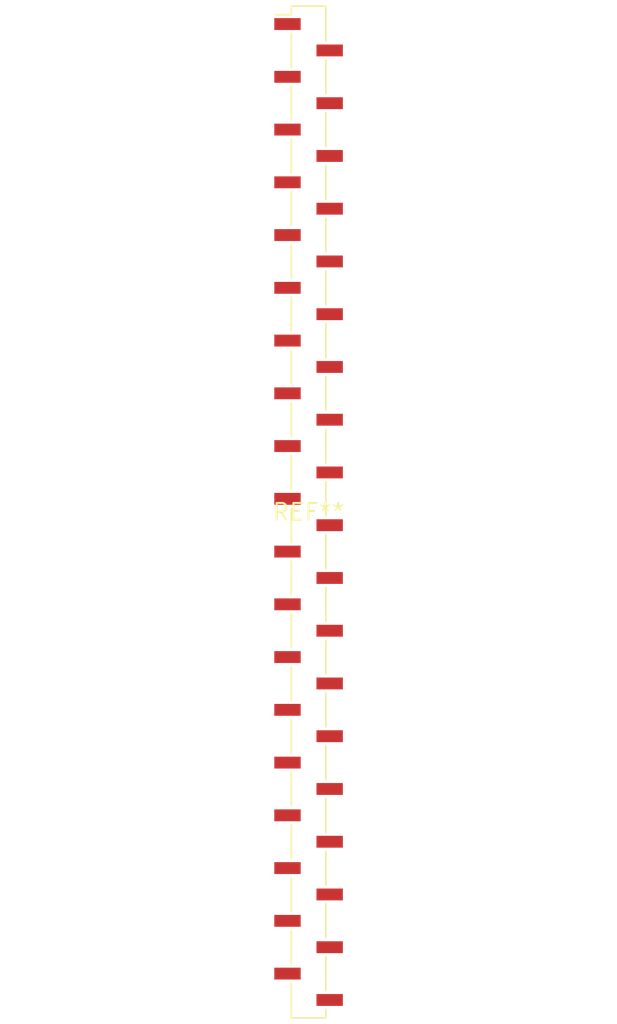
<source format=kicad_pcb>
(kicad_pcb (version 20240108) (generator pcbnew)
  (layers (0 "F.Cu" signal) (31 "B.Cu" signal) (34 "B.Paste" user) (35 "F.Paste" user) (36 "B.SilkS" user "B.Silkscreen") (37 "F.SilkS" user "F.Silkscreen") (38 "B.Mask" user) (39 "F.Mask" user) (44 "Edge.Cuts" user))
  (net 0 "")
  (footprint "PinSocket_1x38_P2.00mm_Vertical_SMD_Pin1Left" (layer "F.Cu") (at 0 0)
    (property "Reference" "REF**")
    (property "Value" "PinSocket_1x38_P2.00mm_Vertical_SMD_Pin1Left")
    (fp_line (start -2.54 -37.71) (end -1.31 -37.71) (layer "F.SilkS") (stroke (width 0.12)))
    (fp_line (start -1.31 -38.36) (end -1.31 -37.71) (layer "F.SilkS") (stroke (width 0.12)))
    (fp_line (start -1.31 -38.36) (end 1.31 -38.36) (layer "F.SilkS") (stroke (width 0.12)))
    (fp_line (start -1.31 -36.29) (end -1.31 -33.71) (layer "F.SilkS") (stroke (width 0.12)))
    (fp_line (start -1.31 -32.29) (end -1.31 -29.71) (layer "F.SilkS") (stroke (width 0.12)))
    (fp_line (start -1.31 -28.29) (end -1.31 -25.71) (layer "F.SilkS") (stroke (width 0.12)))
    (fp_line (start -1.31 -24.29) (end -1.31 -21.71) (layer "F.SilkS") (stroke (width 0.12)))
    (fp_line (start -1.31 -20.29) (end -1.31 -17.71) (layer "F.SilkS") (stroke (width 0.12)))
    (fp_line (start -1.31 -16.29) (end -1.31 -13.71) (layer "F.SilkS") (stroke (width 0.12)))
    (fp_line (start -1.31 -12.29) (end -1.31 -9.71) (layer "F.SilkS") (stroke (width 0.12)))
    (fp_line (start -1.31 -8.29) (end -1.31 -5.71) (layer "F.SilkS") (stroke (width 0.12)))
    (fp_line (start -1.31 -4.29) (end -1.31 -1.71) (layer "F.SilkS") (stroke (width 0.12)))
    (fp_line (start -1.31 -0.29) (end -1.31 2.29) (layer "F.SilkS") (stroke (width 0.12)))
    (fp_line (start -1.31 3.71) (end -1.31 6.29) (layer "F.SilkS") (stroke (width 0.12)))
    (fp_line (start -1.31 7.71) (end -1.31 10.29) (layer "F.SilkS") (stroke (width 0.12)))
    (fp_line (start -1.31 11.71) (end -1.31 14.29) (layer "F.SilkS") (stroke (width 0.12)))
    (fp_line (start -1.31 15.71) (end -1.31 18.29) (layer "F.SilkS") (stroke (width 0.12)))
    (fp_line (start -1.31 19.71) (end -1.31 22.29) (layer "F.SilkS") (stroke (width 0.12)))
    (fp_line (start -1.31 23.71) (end -1.31 26.29) (layer "F.SilkS") (stroke (width 0.12)))
    (fp_line (start -1.31 27.71) (end -1.31 30.29) (layer "F.SilkS") (stroke (width 0.12)))
    (fp_line (start -1.31 31.71) (end -1.31 34.29) (layer "F.SilkS") (stroke (width 0.12)))
    (fp_line (start -1.31 35.71) (end -1.31 38.36) (layer "F.SilkS") (stroke (width 0.12)))
    (fp_line (start -1.31 38.36) (end 1.31 38.36) (layer "F.SilkS") (stroke (width 0.12)))
    (fp_line (start 1.31 -38.36) (end 1.31 -35.71) (layer "F.SilkS") (stroke (width 0.12)))
    (fp_line (start 1.31 -34.29) (end 1.31 -31.71) (layer "F.SilkS") (stroke (width 0.12)))
    (fp_line (start 1.31 -30.29) (end 1.31 -27.71) (layer "F.SilkS") (stroke (width 0.12)))
    (fp_line (start 1.31 -26.29) (end 1.31 -23.71) (layer "F.SilkS") (stroke (width 0.12)))
    (fp_line (start 1.31 -22.29) (end 1.31 -19.71) (layer "F.SilkS") (stroke (width 0.12)))
    (fp_line (start 1.31 -18.29) (end 1.31 -15.71) (layer "F.SilkS") (stroke (width 0.12)))
    (fp_line (start 1.31 -14.29) (end 1.31 -11.71) (layer "F.SilkS") (stroke (width 0.12)))
    (fp_line (start 1.31 -10.29) (end 1.31 -7.71) (layer "F.SilkS") (stroke (width 0.12)))
    (fp_line (start 1.31 -6.29) (end 1.31 -3.71) (layer "F.SilkS") (stroke (width 0.12)))
    (fp_line (start 1.31 -2.29) (end 1.31 0.29) (layer "F.SilkS") (stroke (width 0.12)))
    (fp_line (start 1.31 1.71) (end 1.31 4.29) (layer "F.SilkS") (stroke (width 0.12)))
    (fp_line (start 1.31 5.71) (end 1.31 8.29) (layer "F.SilkS") (stroke (width 0.12)))
    (fp_line (start 1.31 9.71) (end 1.31 12.29) (layer "F.SilkS") (stroke (width 0.12)))
    (fp_line (start 1.31 13.71) (end 1.31 16.29) (layer "F.SilkS") (stroke (width 0.12)))
    (fp_line (start 1.31 17.71) (end 1.31 20.29) (layer "F.SilkS") (stroke (width 0.12)))
    (fp_line (start 1.31 21.71) (end 1.31 24.29) (layer "F.SilkS") (stroke (width 0.12)))
    (fp_line (start 1.31 25.71) (end 1.31 28.29) (layer "F.SilkS") (stroke (width 0.12)))
    (fp_line (start 1.31 29.71) (end 1.31 32.29) (layer "F.SilkS") (stroke (width 0.12)))
    (fp_line (start 1.31 33.71) (end 1.31 36.29) (layer "F.SilkS") (stroke (width 0.12)))
    (fp_line (start 1.31 37.71) (end 1.31 38.36) (layer "F.SilkS") (stroke (width 0.12)))
    (pad "1" smd rect (at -1.6 -37) (size 2 0.9) (layers "F.Cu" "F.Paste" "F.Mask"))
    (pad "2" smd rect (at 1.6 -35) (size 2 0.9) (layers "F.Cu" "F.Paste" "F.Mask"))
    (pad "3" smd rect (at -1.6 -33) (size 2 0.9) (layers "F.Cu" "F.Paste" "F.Mask"))
    (pad "4" smd rect (at 1.6 -31) (size 2 0.9) (layers "F.Cu" "F.Paste" "F.Mask"))
    (pad "5" smd rect (at -1.6 -29) (size 2 0.9) (layers "F.Cu" "F.Paste" "F.Mask"))
    (pad "6" smd rect (at 1.6 -27) (size 2 0.9) (layers "F.Cu" "F.Paste" "F.Mask"))
    (pad "7" smd rect (at -1.6 -25) (size 2 0.9) (layers "F.Cu" "F.Paste" "F.Mask"))
    (pad "8" smd rect (at 1.6 -23) (size 2 0.9) (layers "F.Cu" "F.Paste" "F.Mask"))
    (pad "9" smd rect (at -1.6 -21) (size 2 0.9) (layers "F.Cu" "F.Paste" "F.Mask"))
    (pad "10" smd rect (at 1.6 -19) (size 2 0.9) (layers "F.Cu" "F.Paste" "F.Mask"))
    (pad "11" smd rect (at -1.6 -17) (size 2 0.9) (layers "F.Cu" "F.Paste" "F.Mask"))
    (pad "12" smd rect (at 1.6 -15) (size 2 0.9) (layers "F.Cu" "F.Paste" "F.Mask"))
    (pad "13" smd rect (at -1.6 -13) (size 2 0.9) (layers "F.Cu" "F.Paste" "F.Mask"))
    (pad "14" smd rect (at 1.6 -11) (size 2 0.9) (layers "F.Cu" "F.Paste" "F.Mask"))
    (pad "15" smd rect (at -1.6 -9) (size 2 0.9) (layers "F.Cu" "F.Paste" "F.Mask"))
    (pad "16" smd rect (at 1.6 -7) (size 2 0.9) (layers "F.Cu" "F.Paste" "F.Mask"))
    (pad "17" smd rect (at -1.6 -5) (size 2 0.9) (layers "F.Cu" "F.Paste" "F.Mask"))
    (pad "18" smd rect (at 1.6 -3) (size 2 0.9) (layers "F.Cu" "F.Paste" "F.Mask"))
    (pad "19" smd rect (at -1.6 -1) (size 2 0.9) (layers "F.Cu" "F.Paste" "F.Mask"))
    (pad "20" smd rect (at 1.6 1) (size 2 0.9) (layers "F.Cu" "F.Paste" "F.Mask"))
    (pad "21" smd rect (at -1.6 3) (size 2 0.9) (layers "F.Cu" "F.Paste" "F.Mask"))
    (pad "22" smd rect (at 1.6 5) (size 2 0.9) (layers "F.Cu" "F.Paste" "F.Mask"))
    (pad "23" smd rect (at -1.6 7) (size 2 0.9) (layers "F.Cu" "F.Paste" "F.Mask"))
    (pad "24" smd rect (at 1.6 9) (size 2 0.9) (layers "F.Cu" "F.Paste" "F.Mask"))
    (pad "25" smd rect (at -1.6 11) (size 2 0.9) (layers "F.Cu" "F.Paste" "F.Mask"))
    (pad "26" smd rect (at 1.6 13) (size 2 0.9) (layers "F.Cu" "F.Paste" "F.Mask"))
    (pad "27" smd rect (at -1.6 15) (size 2 0.9) (layers "F.Cu" "F.Paste" "F.Mask"))
    (pad "28" smd rect (at 1.6 17) (size 2 0.9) (layers "F.Cu" "F.Paste" "F.Mask"))
    (pad "29" smd rect (at -1.6 19) (size 2 0.9) (layers "F.Cu" "F.Paste" "F.Mask"))
    (pad "30" smd rect (at 1.6 21) (size 2 0.9) (layers "F.Cu" "F.Paste" "F.Mask"))
    (pad "31" smd rect (at -1.6 23) (size 2 0.9) (layers "F.Cu" "F.Paste" "F.Mask"))
    (pad "32" smd rect (at 1.6 25) (size 2 0.9) (layers "F.Cu" "F.Paste" "F.Mask"))
    (pad "33" smd rect (at -1.6 27) (size 2 0.9) (layers "F.Cu" "F.Paste" "F.Mask"))
    (pad "34" smd rect (at 1.6 29) (size 2 0.9) (layers "F.Cu" "F.Paste" "F.Mask"))
    (pad "35" smd rect (at -1.6 31) (size 2 0.9) (layers "F.Cu" "F.Paste" "F.Mask"))
    (pad "36" smd rect (at 1.6 33) (size 2 0.9) (layers "F.Cu" "F.Paste" "F.Mask"))
    (pad "37" smd rect (at -1.6 35) (size 2 0.9) (layers "F.Cu" "F.Paste" "F.Mask"))
    (pad "38" smd rect (at 1.6 37) (size 2 0.9) (layers "F.Cu" "F.Paste" "F.Mask"))
  )
)
</source>
